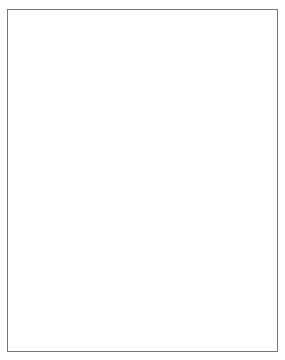
<source format=gbr>
%TF.GenerationSoftware,KiCad,Pcbnew,(6.0.10-0)*%
%TF.CreationDate,2023-02-16T14:33:40-08:00*%
%TF.ProjectId,Exercise 2,45786572-6369-4736-9520-322e6b696361,rev?*%
%TF.SameCoordinates,Original*%
%TF.FileFunction,Profile,NP*%
%FSLAX46Y46*%
G04 Gerber Fmt 4.6, Leading zero omitted, Abs format (unit mm)*
G04 Created by KiCad (PCBNEW (6.0.10-0)) date 2023-02-16 14:33:40*
%MOMM*%
%LPD*%
G01*
G04 APERTURE LIST*
%TA.AperFunction,Profile*%
%ADD10C,0.100000*%
%TD*%
G04 APERTURE END LIST*
D10*
X136652000Y-106172000D02*
X159512000Y-106172000D01*
X159512000Y-106172000D02*
X159512000Y-77216000D01*
X159512000Y-77216000D02*
X136652000Y-77216000D01*
X136652000Y-77216000D02*
X136652000Y-106172000D01*
M02*

</source>
